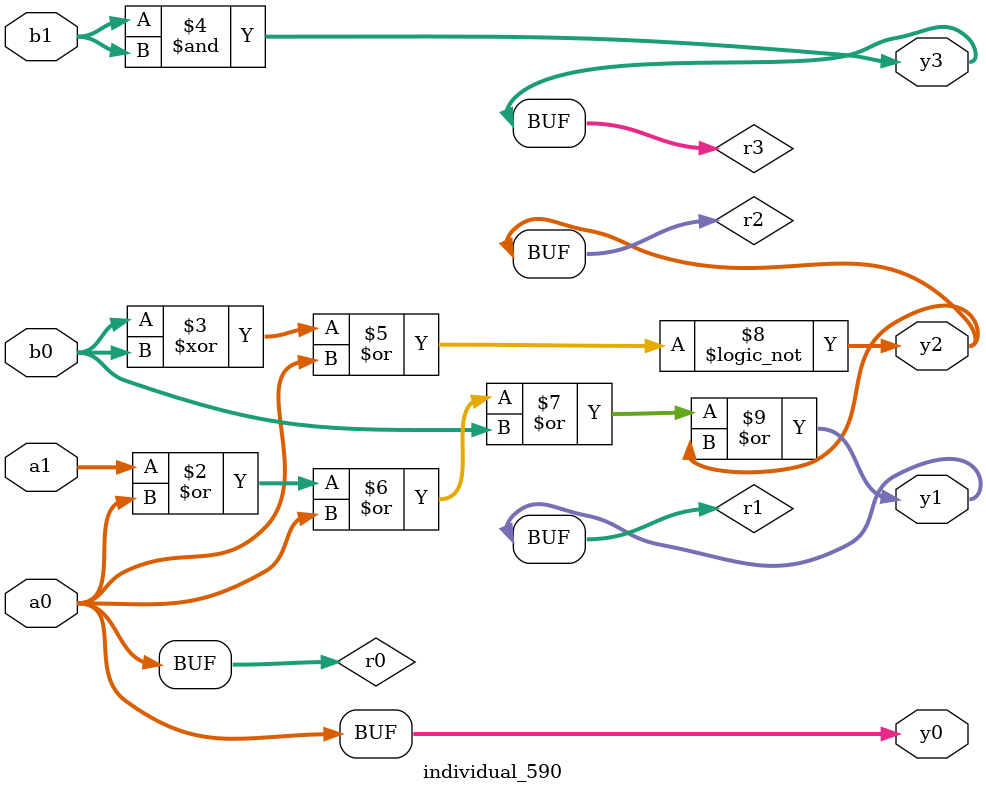
<source format=sv>
module individual_590(input logic [15:0] a1, input logic [15:0] a0, input logic [15:0] b1, input logic [15:0] b0, output logic [15:0] y3, output logic [15:0] y2, output logic [15:0] y1, output logic [15:0] y0);
logic [15:0] r0, r1, r2, r3; 
 always@(*) begin 
	 r0 = a0; r1 = a1; r2 = b0; r3 = b1; 
 	 r1  |=  r0 ;
 	 r2  ^=  r2 ;
 	 r3  &=  r3 ;
 	 r2  |=  a0 ;
 	 r1  |=  r0 ;
 	 r1  |=  b0 ;
 	 r2 = ! r2 ;
 	 r1  |=  r2 ;
 	 y3 = r3; y2 = r2; y1 = r1; y0 = r0; 
end
endmodule
</source>
